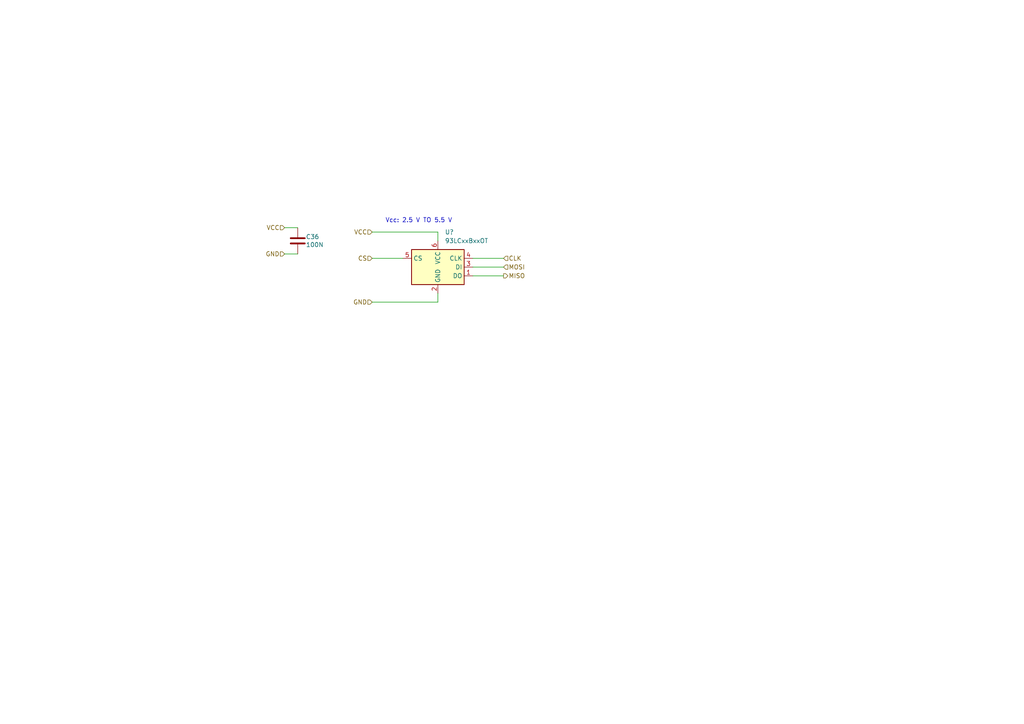
<source format=kicad_sch>
(kicad_sch (version 20211123) (generator eeschema)
  (paper "A4")
  (lib_symbols
    (symbol "Device:C" (pin_numbers hide) (pin_names (offset 0.254))
      (property "Reference" "C" (at 0.635 2.54 0))
      (property "Value" "C" (at 0.635 -2.54 0))
      (symbol "C_0_1"
        (polyline (pts (xy -2.032 -0.762) (xy 2.032 -0.762)) (stroke (width 0.508)))
        (polyline (pts (xy -2.032 0.762) (xy 2.032 0.762)) (stroke (width 0.508)))
      )
      (symbol "C_1_1"
        (pin passive line (at 0 3.81 270) (length 2.794) (name "~") (number "1"))
        (pin passive line (at 0 -3.81 90) (length 2.794) (name "~") (number "2"))
      )
    )
    (symbol "Memory_EEPROM:93LCxxBxxOT"
      (property "Reference" "U" (at -6.35 6.35 0))
      (property "Value" "93LCxxBxxOT" (at 7.62 -6.35 0))
      (symbol "93LCxxBxxOT_0_1"
        (rectangle (start -7.62 5.08) (end 7.62 -5.08) (stroke (width 0.254)) (fill (type background)))
      )
      (symbol "93LCxxBxxOT_1_1"
        (pin tri_state line (at 10.16 -2.54 180) (length 2.54) (name "DO") (number "1"))
        (pin power_in line (at 0 -7.62 90) (length 2.54) (name "GND") (number "2"))
        (pin input line (at 10.16 0 180) (length 2.54) (name "DI") (number "3"))
        (pin input line (at 10.16 2.54 180) (length 2.54) (name "CLK") (number "4"))
        (pin input line (at -10.16 2.54 0) (length 2.54) (name "CS") (number "5"))
        (pin power_in line (at 0 7.62 270) (length 2.54) (name "VCC") (number "6"))
      )
    )
  )
  (wire (pts (xy 146.05 77.47) (xy 137.16 77.47)))
  (wire (pts (xy 82.55 66.04) (xy 86.36 66.04)))
  (wire (pts (xy 107.95 74.93) (xy 116.84 74.93)))
  (wire (pts (xy 107.95 87.63) (xy 127 87.63)))
  (wire (pts (xy 127 87.63) (xy 127 85.09)))
  (wire (pts (xy 127 67.31) (xy 127 69.85)))
  (wire (pts (xy 146.05 74.93) (xy 137.16 74.93)))
  (wire (pts (xy 146.05 80.01) (xy 137.16 80.01)))
  (wire (pts (xy 107.95 67.31) (xy 127 67.31)))
  (wire (pts (xy 86.36 73.66) (xy 82.55 73.66)))
  (text "Vcc: 2.5 V TO 5.5 V" (at 111.76 64.77 0) (effects (font (size 1.27 1.27)) (justify left bottom)))
  (hierarchical_label "GND" (shape input) (at 82.55 73.66 180))
  (hierarchical_label "VCC" (shape input) (at 82.55 66.04 180))
  (hierarchical_label "MISO" (shape output) (at 146.05 80.01 0))
  (hierarchical_label "MOSI" (shape input) (at 146.05 77.47 0))
  (hierarchical_label "VCC" (shape input) (at 107.95 67.31 180))
  (hierarchical_label "CS" (shape input) (at 107.95 74.93 180))
  (hierarchical_label "CLK" (shape input) (at 146.05 74.93 0))
  (hierarchical_label "GND" (shape input) (at 107.95 87.63 180))
  (symbol (lib_id "Device:C") (at 86.36 69.85 0) (unit 1)
    (property "Reference" "C36" (at 88.6968 68.6816 0) (effects (justify left)))
    (property "Value" "100N" (at 88.6968 70.993 0) (effects (justify left)))
    (property "Footprint" "Capacitor_SMD:C_0603_1608Metric" (effects hide))
  )
  (symbol (lib_id "Memory_EEPROM:93LCxxBxxOT") (at 127 77.47 0) (unit 1)
    (property "Reference" "U?" (at 129.0194 67.31 0) (effects (justify left)))
    (property "Value" "93LCxxBxxOT" (at 129.0194 69.85 0) (effects (justify left)))
    (property "Footprint" "Package_TO_SOT_SMD:SOT-23-6" (effects hide))
    (property "Datasheet" "http://ww1.microchip.com/downloads/en/DeviceDoc/20001749K.pdf" (effects hide))
  )
)
</source>
